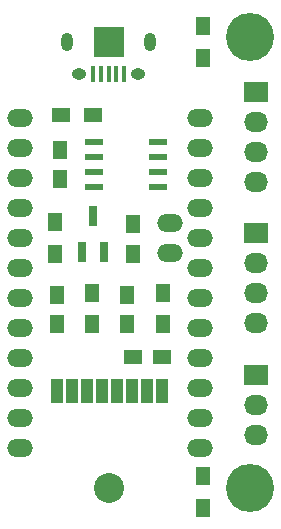
<source format=gts>
G04 #@! TF.FileFunction,Soldermask,Top*
%FSLAX46Y46*%
G04 Gerber Fmt 4.6, Leading zero omitted, Abs format (unit mm)*
G04 Created by KiCad (PCBNEW 4.0.2-stable) date Vendredi 08 juillet 2016 21:03:03*
%MOMM*%
G01*
G04 APERTURE LIST*
%ADD10C,0.100000*%
%ADD11R,2.540000X2.540000*%
%ADD12C,2.540000*%
%ADD13C,4.064000*%
%ADD14R,0.400000X1.350000*%
%ADD15O,1.250000X0.950000*%
%ADD16O,1.000000X1.550000*%
%ADD17O,2.199640X1.501140*%
%ADD18R,1.250000X1.500000*%
%ADD19R,1.000000X2.000000*%
%ADD20R,1.300000X1.500000*%
%ADD21R,1.500000X1.300000*%
%ADD22R,0.800100X1.800860*%
%ADD23R,1.550000X0.600000*%
%ADD24R,2.032000X1.727200*%
%ADD25O,2.032000X1.727200*%
%ADD26R,1.500000X1.250000*%
G04 APERTURE END LIST*
D10*
D11*
X58000000Y-36800000D03*
D12*
X58000000Y-74620000D03*
D13*
X70000000Y-74600000D03*
X70000000Y-36400000D03*
D14*
X59300900Y-39562540D03*
X58650900Y-39562540D03*
X58000900Y-39562540D03*
X57350900Y-39562540D03*
X56700900Y-39562540D03*
D15*
X60500900Y-39562540D03*
X55500900Y-39562540D03*
D16*
X61500900Y-36862540D03*
X54500900Y-36862540D03*
D17*
X50480000Y-43230000D03*
X50480000Y-45770000D03*
X50480000Y-48310000D03*
X50480000Y-50850000D03*
X50480000Y-53390000D03*
X50480000Y-55930000D03*
X50480000Y-58470000D03*
X50480000Y-61010000D03*
X50480000Y-63550000D03*
X50480000Y-66090000D03*
X50480000Y-68630000D03*
X50480000Y-71170000D03*
X65720000Y-71170000D03*
X65720000Y-68630000D03*
X65720000Y-66090000D03*
X65720000Y-63550000D03*
X65720000Y-61010000D03*
X65720000Y-58470000D03*
X65720000Y-55930000D03*
X65720000Y-53390000D03*
X65720000Y-50850000D03*
X65720000Y-48310000D03*
X65720000Y-45770000D03*
X65720000Y-43230000D03*
X63180000Y-54660000D03*
X63180000Y-52120000D03*
D18*
X59600000Y-60750000D03*
X59600000Y-58250000D03*
D19*
X62500000Y-66400000D03*
X61230000Y-66400000D03*
X59960000Y-66400000D03*
X58690000Y-66400000D03*
X57420000Y-66400000D03*
X56150000Y-66400000D03*
X54880000Y-66400000D03*
X53610000Y-66400000D03*
D18*
X53900000Y-45950000D03*
X53900000Y-48450000D03*
D20*
X53500000Y-52050000D03*
X53500000Y-54750000D03*
D21*
X53950000Y-43000000D03*
X56650000Y-43000000D03*
D22*
X55750000Y-54601140D03*
X57650000Y-54601140D03*
X56700000Y-51598860D03*
D23*
X56800000Y-45295000D03*
X56800000Y-46565000D03*
X56800000Y-47835000D03*
X56800000Y-49105000D03*
X62200000Y-49105000D03*
X62200000Y-47835000D03*
X62200000Y-46565000D03*
X62200000Y-45295000D03*
D18*
X60100000Y-54750000D03*
X60100000Y-52250000D03*
D20*
X62600000Y-58050000D03*
X62600000Y-60750000D03*
X56600000Y-60750000D03*
X56600000Y-58050000D03*
D24*
X70500000Y-53000000D03*
D25*
X70500000Y-55540000D03*
X70500000Y-58080000D03*
X70500000Y-60620000D03*
D20*
X66000000Y-35450000D03*
X66000000Y-38150000D03*
D24*
X70500000Y-41100000D03*
D25*
X70500000Y-43640000D03*
X70500000Y-46180000D03*
X70500000Y-48720000D03*
D26*
X62550000Y-63500000D03*
X60050000Y-63500000D03*
D20*
X66000000Y-76250000D03*
X66000000Y-73550000D03*
D24*
X70500000Y-65000000D03*
D25*
X70500000Y-67540000D03*
X70500000Y-70080000D03*
D18*
X53600000Y-60750000D03*
X53600000Y-58250000D03*
M02*

</source>
